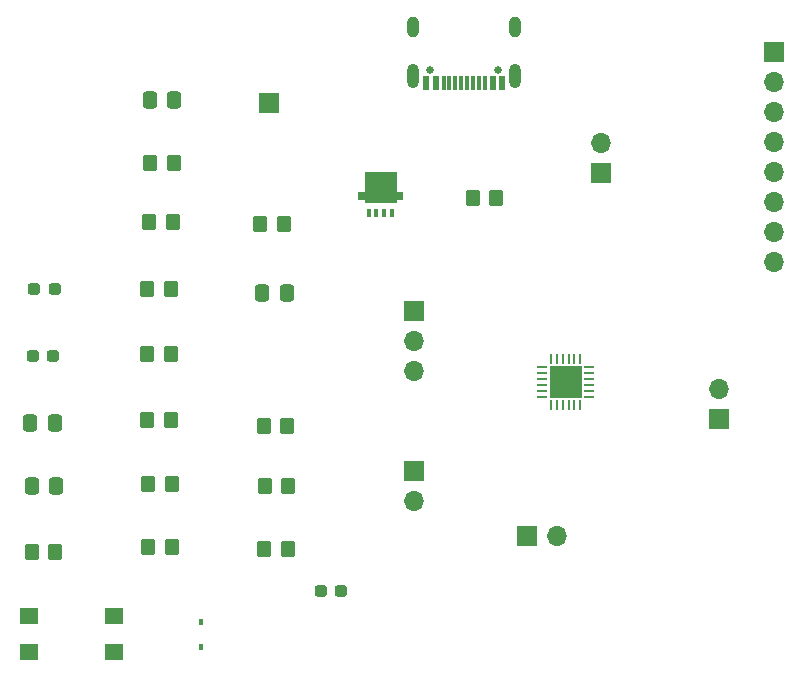
<source format=gbr>
%TF.GenerationSoftware,KiCad,Pcbnew,(6.0.10)*%
%TF.CreationDate,2023-04-05T20:44:51-05:00*%
%TF.ProjectId,445_PD,3434355f-5044-42e6-9b69-6361645f7063,rev?*%
%TF.SameCoordinates,Original*%
%TF.FileFunction,Soldermask,Top*%
%TF.FilePolarity,Negative*%
%FSLAX46Y46*%
G04 Gerber Fmt 4.6, Leading zero omitted, Abs format (unit mm)*
G04 Created by KiCad (PCBNEW (6.0.10)) date 2023-04-05 20:44:51*
%MOMM*%
%LPD*%
G01*
G04 APERTURE LIST*
G04 Aperture macros list*
%AMRoundRect*
0 Rectangle with rounded corners*
0 $1 Rounding radius*
0 $2 $3 $4 $5 $6 $7 $8 $9 X,Y pos of 4 corners*
0 Add a 4 corners polygon primitive as box body*
4,1,4,$2,$3,$4,$5,$6,$7,$8,$9,$2,$3,0*
0 Add four circle primitives for the rounded corners*
1,1,$1+$1,$2,$3*
1,1,$1+$1,$4,$5*
1,1,$1+$1,$6,$7*
1,1,$1+$1,$8,$9*
0 Add four rect primitives between the rounded corners*
20,1,$1+$1,$2,$3,$4,$5,0*
20,1,$1+$1,$4,$5,$6,$7,0*
20,1,$1+$1,$6,$7,$8,$9,0*
20,1,$1+$1,$8,$9,$2,$3,0*%
G04 Aperture macros list end*
%ADD10C,0.010000*%
%ADD11R,2.700000X2.700000*%
%ADD12RoundRect,0.062500X-0.062500X-0.350000X0.062500X-0.350000X0.062500X0.350000X-0.062500X0.350000X0*%
%ADD13RoundRect,0.062500X-0.350000X-0.062500X0.350000X-0.062500X0.350000X0.062500X-0.350000X0.062500X0*%
%ADD14R,1.600000X1.400000*%
%ADD15RoundRect,0.250000X0.350000X0.450000X-0.350000X0.450000X-0.350000X-0.450000X0.350000X-0.450000X0*%
%ADD16RoundRect,0.250000X-0.350000X-0.450000X0.350000X-0.450000X0.350000X0.450000X-0.350000X0.450000X0*%
%ADD17R,0.400000X0.750000*%
%ADD18R,1.700000X1.700000*%
%ADD19O,1.700000X1.700000*%
%ADD20C,0.650000*%
%ADD21R,0.600000X1.150000*%
%ADD22R,0.300000X1.150000*%
%ADD23O,1.000000X1.800000*%
%ADD24O,1.000000X2.100000*%
%ADD25RoundRect,0.237500X0.287500X0.237500X-0.287500X0.237500X-0.287500X-0.237500X0.287500X-0.237500X0*%
%ADD26RoundRect,0.237500X-0.287500X-0.237500X0.287500X-0.237500X0.287500X0.237500X-0.287500X0.237500X0*%
%ADD27R,0.450000X0.600000*%
%ADD28RoundRect,0.250000X-0.337500X-0.475000X0.337500X-0.475000X0.337500X0.475000X-0.337500X0.475000X0*%
%ADD29RoundRect,0.250000X0.337500X0.475000X-0.337500X0.475000X-0.337500X-0.475000X0.337500X-0.475000X0*%
G04 APERTURE END LIST*
%TO.C,Q1*%
G36*
X151032600Y-84383600D02*
G01*
X151562600Y-84383600D01*
X151562600Y-84983600D01*
X151032600Y-84983600D01*
X151032600Y-85283600D01*
X148382600Y-85283600D01*
X148382600Y-84983600D01*
X147852600Y-84983600D01*
X147852600Y-84383600D01*
X148382600Y-84383600D01*
X148382600Y-82683600D01*
X151032600Y-82683600D01*
X151032600Y-84383600D01*
G37*
D10*
X151032600Y-84383600D02*
X151562600Y-84383600D01*
X151562600Y-84983600D01*
X151032600Y-84983600D01*
X151032600Y-85283600D01*
X148382600Y-85283600D01*
X148382600Y-84983600D01*
X147852600Y-84983600D01*
X147852600Y-84383600D01*
X148382600Y-84383600D01*
X148382600Y-82683600D01*
X151032600Y-82683600D01*
X151032600Y-84383600D01*
%TD*%
D11*
%TO.C,U1*%
X165404800Y-100482400D03*
D12*
X164154800Y-98519900D03*
X164654800Y-98519900D03*
X165154800Y-98519900D03*
X165654800Y-98519900D03*
X166154800Y-98519900D03*
X166654800Y-98519900D03*
D13*
X167367300Y-99232400D03*
X167367300Y-99732400D03*
X167367300Y-100232400D03*
X167367300Y-100732400D03*
X167367300Y-101232400D03*
X167367300Y-101732400D03*
D12*
X166654800Y-102444900D03*
X166154800Y-102444900D03*
X165654800Y-102444900D03*
X165154800Y-102444900D03*
X164654800Y-102444900D03*
X164154800Y-102444900D03*
D13*
X163442300Y-101732400D03*
X163442300Y-101232400D03*
X163442300Y-100732400D03*
X163442300Y-100232400D03*
X163442300Y-99732400D03*
X163442300Y-99232400D03*
%TD*%
D14*
%TO.C,S2*%
X127137100Y-123318400D03*
X127137100Y-120318400D03*
X119937100Y-120318400D03*
X119937100Y-123318400D03*
%TD*%
D15*
%TO.C,R13*%
X159546800Y-84937600D03*
X157546800Y-84937600D03*
%TD*%
D16*
%TO.C,R12*%
X139568500Y-87105600D03*
X141568500Y-87105600D03*
%TD*%
D15*
%TO.C,R11*%
X132130800Y-86969600D03*
X130130800Y-86969600D03*
%TD*%
D16*
%TO.C,R10*%
X129962400Y-92608400D03*
X131962400Y-92608400D03*
%TD*%
%TO.C,R9*%
X130080000Y-114452400D03*
X132080000Y-114452400D03*
%TD*%
%TO.C,R8*%
X131978400Y-103733600D03*
X129978400Y-103733600D03*
%TD*%
%TO.C,R7*%
X130064000Y-109118400D03*
X132064000Y-109118400D03*
%TD*%
D15*
%TO.C,R6*%
X122208800Y-114909600D03*
X120208800Y-114909600D03*
%TD*%
D16*
%TO.C,R5*%
X130216400Y-81940400D03*
X132216400Y-81940400D03*
%TD*%
D15*
%TO.C,R4*%
X141884400Y-114655600D03*
X139884400Y-114655600D03*
%TD*%
%TO.C,R3*%
X141833600Y-104190800D03*
X139833600Y-104190800D03*
%TD*%
D16*
%TO.C,R2*%
X139926000Y-109300800D03*
X141926000Y-109300800D03*
%TD*%
D15*
%TO.C,R1*%
X131962400Y-98145600D03*
X129962400Y-98145600D03*
%TD*%
D17*
%TO.C,Q1*%
X150682600Y-86208600D03*
X148732600Y-86208600D03*
X150032600Y-86208600D03*
X149382600Y-86208600D03*
%TD*%
D18*
%TO.C,J8*%
X183032400Y-72557400D03*
D19*
X183032400Y-75097400D03*
X183032400Y-77637400D03*
X183032400Y-80177400D03*
X183032400Y-82717400D03*
X183032400Y-85257400D03*
X183032400Y-87797400D03*
X183032400Y-90337400D03*
%TD*%
D18*
%TO.C,J7*%
X152552400Y-94452200D03*
D19*
X152552400Y-96992200D03*
X152552400Y-99532200D03*
%TD*%
D18*
%TO.C,J6*%
X140309600Y-76860400D03*
%TD*%
%TO.C,J5*%
X168402000Y-82758200D03*
D19*
X168402000Y-80218200D03*
%TD*%
D18*
%TO.C,J4*%
X162148600Y-113538000D03*
D19*
X164688600Y-113538000D03*
%TD*%
D18*
%TO.C,J3*%
X178358800Y-103586200D03*
D19*
X178358800Y-101046200D03*
%TD*%
D18*
%TO.C,J2*%
X152603200Y-107995800D03*
D19*
X152603200Y-110535800D03*
%TD*%
D20*
%TO.C,J1*%
X153929600Y-74080600D03*
X159709600Y-74080600D03*
D21*
X160019600Y-75155600D03*
X159219600Y-75155600D03*
D22*
X158069600Y-75155600D03*
X157069600Y-75155600D03*
X156569600Y-75155600D03*
X155569600Y-75155600D03*
D21*
X154419600Y-75155600D03*
X153619600Y-75155600D03*
X153619600Y-75155600D03*
X154419600Y-75155600D03*
D22*
X155069600Y-75155600D03*
X156069600Y-75155600D03*
X157569600Y-75155600D03*
X158569600Y-75155600D03*
D21*
X159219600Y-75155600D03*
X160019600Y-75155600D03*
D23*
X161139600Y-70400600D03*
D24*
X152499600Y-74580600D03*
D23*
X152499600Y-70400600D03*
D24*
X161139600Y-74580600D03*
%TD*%
D25*
%TO.C,D4*%
X146417000Y-118160800D03*
X144667000Y-118160800D03*
%TD*%
D26*
%TO.C,D3*%
X120435400Y-92608400D03*
X122185400Y-92608400D03*
%TD*%
%TO.C,D2*%
X120271600Y-98298000D03*
X122021600Y-98298000D03*
%TD*%
D27*
%TO.C,D1*%
X134518400Y-120819200D03*
X134518400Y-122919200D03*
%TD*%
D28*
%TO.C,C4*%
X139707800Y-92964000D03*
X141782800Y-92964000D03*
%TD*%
D29*
%TO.C,C3*%
X132253900Y-76606400D03*
X130178900Y-76606400D03*
%TD*%
D28*
%TO.C,C2*%
X120069700Y-103936800D03*
X122144700Y-103936800D03*
%TD*%
%TO.C,C1*%
X120222100Y-109321600D03*
X122297100Y-109321600D03*
%TD*%
M02*

</source>
